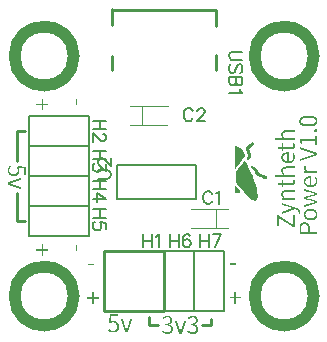
<source format=gto>
G04 Layer: TopSilkLayer*
G04 EasyEDA v6.4.19.5, 2021-06-07T17:49:31+02:00*
G04 02fad353412f469a856546c9d14cec11,563db0ff5b334ec4995e7372edb549dc,10*
G04 Gerber Generator version 0.2*
G04 Scale: 100 percent, Rotated: No, Reflected: No *
G04 Dimensions in millimeters *
G04 leading zeros omitted , absolute positions ,4 integer and 5 decimal *
%FSLAX45Y45*%
%MOMM*%

%ADD10C,0.2540*%
%ADD24C,0.1524*%
%ADD25C,0.0800*%
%ADD26C,0.2032*%
%ADD27C,1.0000*%

%LPD*%
G36*
X2654249Y7273137D02*
G01*
X2651658Y7271867D01*
X2646476Y7268362D01*
X2631389Y7256983D01*
X2619502Y7247229D01*
X2614676Y7242962D01*
X2610561Y7239000D01*
X2607106Y7235240D01*
X2604363Y7231634D01*
X2602230Y7228027D01*
X2600756Y7224471D01*
X2599791Y7220762D01*
X2599436Y7216851D01*
X2599588Y7212736D01*
X2600248Y7208215D01*
X2601417Y7203287D01*
X2604973Y7191857D01*
X2610662Y7176058D01*
X2613050Y7168794D01*
X2614523Y7163053D01*
X2615133Y7158634D01*
X2614828Y7155129D01*
X2613660Y7152233D01*
X2611628Y7149744D01*
X2604160Y7142988D01*
X2602280Y7139076D01*
X2603042Y7134656D01*
X2606344Y7128764D01*
X2611120Y7123633D01*
X2616403Y7122566D01*
X2622651Y7125614D01*
X2630373Y7132929D01*
X2635148Y7138568D01*
X2638704Y7143597D01*
X2640939Y7148474D01*
X2642006Y7153605D01*
X2641904Y7159447D01*
X2640634Y7166305D01*
X2638247Y7174738D01*
X2624683Y7214209D01*
X2626055Y7216800D01*
X2630474Y7221728D01*
X2637282Y7228230D01*
X2654350Y7243114D01*
X2661361Y7249820D01*
X2666085Y7255103D01*
X2667812Y7258100D01*
X2666288Y7262317D01*
X2662580Y7267295D01*
X2658110Y7271410D01*
G37*
G36*
X2505710Y7240422D02*
G01*
X2505811Y7113778D01*
X2506218Y7080758D01*
X2507183Y7049566D01*
X2507589Y7045706D01*
X2507792Y7045198D01*
X2510434Y7047890D01*
X2525014Y7066229D01*
X2546451Y7094423D01*
X2568346Y7123938D01*
X2584145Y7145985D01*
X2587701Y7151522D01*
X2589022Y7155078D01*
X2589631Y7159294D01*
X2589530Y7164120D01*
X2588768Y7169353D01*
X2587447Y7174941D01*
X2585516Y7180783D01*
X2583027Y7186726D01*
X2580132Y7192670D01*
X2576728Y7198512D01*
X2572918Y7204151D01*
X2568803Y7209485D01*
X2564333Y7214311D01*
X2559812Y7218375D01*
X2554528Y7222337D01*
X2548585Y7226046D01*
X2542235Y7229500D01*
X2535682Y7232548D01*
X2528976Y7235139D01*
X2522372Y7237222D01*
X2516022Y7238593D01*
G37*
G36*
X2589022Y7113066D02*
G01*
X2587650Y7112304D01*
X2584958Y7109663D01*
X2576220Y7099604D01*
X2564079Y7084517D01*
X2549906Y7065873D01*
X2513990Y7017613D01*
X2513990Y6942581D01*
X2526182Y6920890D01*
X2531770Y6912000D01*
X2538323Y6902500D01*
X2545689Y6892544D01*
X2553716Y6882231D01*
X2562250Y6871716D01*
X2580589Y6850634D01*
X2599639Y6830314D01*
X2618384Y6811975D01*
X2627325Y6803847D01*
X2635808Y6796633D01*
X2643733Y6790436D01*
X2650947Y6785406D01*
X2661310Y6779361D01*
X2672486Y6773875D01*
X2675178Y6773062D01*
X2677058Y6773570D01*
X2679649Y6774891D01*
X2682646Y6776872D01*
X2685643Y6779259D01*
X2689301Y6783120D01*
X2691892Y6787997D01*
X2693822Y6794753D01*
X2695956Y6808216D01*
X2696565Y6816496D01*
X2696667Y6825335D01*
X2696260Y6834682D01*
X2695397Y6844588D01*
X2694076Y6854952D01*
X2692298Y6865823D01*
X2690063Y6877151D01*
X2687320Y6888937D01*
X2684170Y6901180D01*
X2680512Y6913829D01*
X2676448Y6926884D01*
X2667000Y6954113D01*
X2661615Y6968286D01*
X2655773Y6982764D01*
X2642870Y7012686D01*
X2627274Y7045959D01*
X2619248Y7062063D01*
X2611577Y7076795D01*
X2604566Y7089698D01*
X2598521Y7100265D01*
X2593594Y7107936D01*
X2590139Y7112304D01*
G37*
G36*
X2652572Y7068058D02*
G01*
X2646476Y7067702D01*
X2644241Y7065924D01*
X2643428Y7062876D01*
X2643835Y7058914D01*
X2645206Y7054545D01*
X2647442Y7050125D01*
X2650388Y7046214D01*
X2653741Y7043115D01*
X2657449Y7041388D01*
X2661056Y7039203D01*
X2665272Y7034225D01*
X2670454Y7025894D01*
X2676855Y7013752D01*
X2690063Y6987794D01*
X2723743Y6973824D01*
X2743708Y6965950D01*
X2751378Y6963257D01*
X2757779Y6961276D01*
X2762961Y6960108D01*
X2767076Y6959600D01*
X2770276Y6959803D01*
X2772714Y6960666D01*
X2774492Y6962140D01*
X2775762Y6964273D01*
X2776677Y6966966D01*
X2777439Y6973265D01*
X2776270Y6978142D01*
X2772968Y6981952D01*
X2767482Y6984746D01*
X2708859Y7007098D01*
X2696565Y7031532D01*
X2691231Y7041489D01*
X2685846Y7050176D01*
X2681020Y7056831D01*
X2677363Y7060488D01*
X2670149Y7063943D01*
X2661208Y7066635D01*
G37*
G36*
X2508199Y6908952D02*
G01*
X2507183Y6907275D01*
X2506421Y6900570D01*
X2505913Y6889496D01*
X2505710Y6874916D01*
X2505710Y6838238D01*
X2521051Y6839813D01*
X2532583Y6841947D01*
X2541828Y6845350D01*
X2547670Y6849465D01*
X2548890Y6853681D01*
X2545791Y6858457D01*
X2529992Y6880402D01*
X2512872Y6903161D01*
G37*
G36*
X3125470Y7496809D02*
G01*
X3116122Y7496606D01*
X3107385Y7495997D01*
X3099257Y7495031D01*
X3091789Y7493660D01*
X3084880Y7491882D01*
X3078632Y7489799D01*
X3072942Y7487361D01*
X3067913Y7484567D01*
X3063443Y7481468D01*
X3059633Y7478064D01*
X3056382Y7474356D01*
X3053689Y7470343D01*
X3051657Y7466075D01*
X3050184Y7461503D01*
X3049320Y7456678D01*
X3049016Y7451598D01*
X3062478Y7451598D01*
X3062884Y7455865D01*
X3064103Y7459827D01*
X3066237Y7463536D01*
X3069132Y7466939D01*
X3072993Y7470038D01*
X3077667Y7472781D01*
X3083306Y7475169D01*
X3089859Y7477150D01*
X3097326Y7478725D01*
X3105708Y7479842D01*
X3115106Y7480553D01*
X3125470Y7480808D01*
X3136036Y7480553D01*
X3145586Y7479842D01*
X3154172Y7478725D01*
X3161792Y7477150D01*
X3168446Y7475169D01*
X3174187Y7472781D01*
X3178962Y7470038D01*
X3182874Y7466939D01*
X3185922Y7463536D01*
X3188055Y7459827D01*
X3189325Y7455865D01*
X3189732Y7451598D01*
X3189325Y7447280D01*
X3188055Y7443216D01*
X3185922Y7439456D01*
X3182874Y7436002D01*
X3178962Y7432852D01*
X3174187Y7430058D01*
X3168446Y7427671D01*
X3161792Y7425639D01*
X3154172Y7424013D01*
X3145586Y7422845D01*
X3136036Y7422134D01*
X3125470Y7421880D01*
X3115106Y7422134D01*
X3105708Y7422845D01*
X3097326Y7424013D01*
X3089859Y7425639D01*
X3083306Y7427671D01*
X3077667Y7430058D01*
X3072993Y7432852D01*
X3069132Y7436002D01*
X3066237Y7439456D01*
X3064103Y7443216D01*
X3062884Y7447280D01*
X3062478Y7451598D01*
X3049016Y7451598D01*
X3049320Y7446416D01*
X3050184Y7441539D01*
X3051657Y7436916D01*
X3053689Y7432548D01*
X3056382Y7428484D01*
X3059633Y7424724D01*
X3063443Y7421270D01*
X3067913Y7418171D01*
X3072942Y7415377D01*
X3078632Y7412888D01*
X3084880Y7410805D01*
X3091789Y7409078D01*
X3099257Y7407656D01*
X3107385Y7406690D01*
X3116122Y7406081D01*
X3125470Y7405878D01*
X3134918Y7406081D01*
X3143758Y7406690D01*
X3151936Y7407656D01*
X3159556Y7409078D01*
X3166516Y7410805D01*
X3172866Y7412888D01*
X3178606Y7415377D01*
X3183737Y7418171D01*
X3188258Y7421270D01*
X3192170Y7424724D01*
X3195472Y7428484D01*
X3198164Y7432548D01*
X3200247Y7436916D01*
X3201771Y7441539D01*
X3202635Y7446416D01*
X3202940Y7451598D01*
X3202635Y7456678D01*
X3201771Y7461503D01*
X3200247Y7466075D01*
X3198164Y7470343D01*
X3195472Y7474356D01*
X3192170Y7478064D01*
X3188258Y7481468D01*
X3183737Y7484567D01*
X3178606Y7487361D01*
X3172866Y7489799D01*
X3166516Y7491882D01*
X3159556Y7493660D01*
X3151936Y7495031D01*
X3143758Y7495997D01*
X3134918Y7496606D01*
G37*
G36*
X3189986Y7380731D02*
G01*
X3184448Y7379716D01*
X3180181Y7376972D01*
X3177489Y7372908D01*
X3176524Y7368031D01*
X3177489Y7363307D01*
X3180181Y7359345D01*
X3184448Y7356602D01*
X3189986Y7355586D01*
X3195320Y7356602D01*
X3199434Y7359345D01*
X3202025Y7363307D01*
X3202940Y7368031D01*
X3202025Y7372908D01*
X3199434Y7376972D01*
X3195320Y7379716D01*
G37*
G36*
X3186684Y7327392D02*
G01*
X3186684Y7297166D01*
X3051556Y7297166D01*
X3051556Y7284466D01*
X3054908Y7278370D01*
X3057702Y7271359D01*
X3059938Y7263485D01*
X3061716Y7254494D01*
X3072638Y7254494D01*
X3072638Y7280656D01*
X3186684Y7280656D01*
X3186684Y7247381D01*
X3200400Y7247381D01*
X3200400Y7327392D01*
G37*
G36*
X3051556Y7229094D02*
G01*
X3051556Y7212075D01*
X3176473Y7174534D01*
X3182874Y7172452D01*
X3182874Y7171690D01*
X3158388Y7164273D01*
X3133852Y7157212D01*
X3051556Y7132066D01*
X3051556Y7114540D01*
X3200400Y7162292D01*
X3200400Y7181596D01*
G37*
G36*
X3090164Y7069328D02*
G01*
X3089046Y7066686D01*
X3088335Y7063943D01*
X3087979Y7060996D01*
X3087878Y7057644D01*
X3088284Y7053122D01*
X3089503Y7048753D01*
X3091484Y7044486D01*
X3094177Y7040422D01*
X3097479Y7036612D01*
X3101390Y7033006D01*
X3105810Y7029653D01*
X3110738Y7026656D01*
X3110738Y7026148D01*
X3090672Y7024370D01*
X3090672Y7010908D01*
X3200400Y7010908D01*
X3200400Y7027418D01*
X3128772Y7027418D01*
X3122168Y7030466D01*
X3116681Y7033768D01*
X3112211Y7037273D01*
X3108655Y7040930D01*
X3106013Y7044690D01*
X3104235Y7048398D01*
X3103219Y7052106D01*
X3102864Y7055612D01*
X3103270Y7061098D01*
X3104642Y7066025D01*
G37*
G36*
X3139186Y6983222D02*
G01*
X3131515Y6982866D01*
X3124352Y6981901D01*
X3117799Y6980275D01*
X3111754Y6978040D01*
X3106369Y6975195D01*
X3101644Y6971792D01*
X3097530Y6967778D01*
X3094126Y6963257D01*
X3091434Y6958126D01*
X3089452Y6952538D01*
X3088284Y6946392D01*
X3087893Y6940042D01*
X3101340Y6940042D01*
X3101898Y6946442D01*
X3103626Y6952081D01*
X3106420Y6956958D01*
X3110331Y6961022D01*
X3115360Y6964222D01*
X3121507Y6966559D01*
X3128670Y6967981D01*
X3136900Y6968490D01*
X3136900Y6907275D01*
X3128975Y6908596D01*
X3121914Y6910984D01*
X3115818Y6914235D01*
X3110738Y6918350D01*
X3106674Y6923074D01*
X3103778Y6928358D01*
X3101949Y6934047D01*
X3101340Y6940042D01*
X3087893Y6940042D01*
X3088132Y6935114D01*
X3088894Y6930491D01*
X3090164Y6925970D01*
X3091891Y6921550D01*
X3094075Y6917334D01*
X3096768Y6913321D01*
X3099866Y6909511D01*
X3103372Y6905955D01*
X3107334Y6902754D01*
X3111652Y6899808D01*
X3116427Y6897268D01*
X3121507Y6895084D01*
X3126994Y6893356D01*
X3132836Y6892086D01*
X3139033Y6891274D01*
X3145536Y6891020D01*
X3152140Y6891274D01*
X3158337Y6892086D01*
X3164230Y6893356D01*
X3169716Y6895084D01*
X3174847Y6897268D01*
X3179572Y6899859D01*
X3183839Y6902805D01*
X3187750Y6906158D01*
X3191256Y6909816D01*
X3194304Y6913829D01*
X3196894Y6918096D01*
X3199028Y6922617D01*
X3200755Y6927392D01*
X3201974Y6932371D01*
X3202686Y6937502D01*
X3202940Y6942836D01*
X3202686Y6948373D01*
X3202076Y6953554D01*
X3201009Y6958380D01*
X3199638Y6962952D01*
X3197961Y6967270D01*
X3196082Y6971334D01*
X3191764Y6978903D01*
X3180842Y6972808D01*
X3184601Y6966559D01*
X3187395Y6959904D01*
X3189122Y6952691D01*
X3189732Y6944868D01*
X3189376Y6939534D01*
X3188411Y6934555D01*
X3186836Y6929932D01*
X3184601Y6925614D01*
X3181858Y6921753D01*
X3178556Y6918248D01*
X3174746Y6915200D01*
X3170478Y6912609D01*
X3165754Y6910527D01*
X3160572Y6908901D01*
X3155035Y6907834D01*
X3149092Y6907275D01*
X3149092Y6982459D01*
X3144621Y6983018D01*
G37*
G36*
X3090672Y6875780D02*
G01*
X3090672Y6859778D01*
X3163620Y6841134D01*
X3186176Y6835902D01*
X3186176Y6835140D01*
X3155950Y6827266D01*
X3090672Y6809486D01*
X3090672Y6792722D01*
X3163620Y6773062D01*
X3186176Y6767322D01*
X3186176Y6766559D01*
X3155950Y6759956D01*
X3090672Y6742684D01*
X3090672Y6725666D01*
X3200400Y6756653D01*
X3200400Y6776212D01*
X3139440Y6792214D01*
X3131616Y6794500D01*
X3107436Y6800088D01*
X3107436Y6801103D01*
X3131413Y6806590D01*
X3200400Y6825488D01*
X3200400Y6845553D01*
G37*
G36*
X3145536Y6710425D02*
G01*
X3138881Y6710172D01*
X3132582Y6709359D01*
X3126638Y6708089D01*
X3121101Y6706311D01*
X3115970Y6704126D01*
X3111195Y6701536D01*
X3106877Y6698538D01*
X3102965Y6695236D01*
X3099511Y6691630D01*
X3096463Y6687718D01*
X3093872Y6683552D01*
X3091738Y6679133D01*
X3090062Y6674561D01*
X3088843Y6669786D01*
X3088132Y6664909D01*
X3087878Y6659880D01*
X3101848Y6659880D01*
X3102203Y6664706D01*
X3103270Y6669227D01*
X3105048Y6673494D01*
X3107436Y6677355D01*
X3110433Y6680911D01*
X3113989Y6684060D01*
X3118104Y6686803D01*
X3122676Y6689140D01*
X3127756Y6690969D01*
X3133293Y6692290D01*
X3139236Y6693103D01*
X3145536Y6693408D01*
X3151886Y6693103D01*
X3157880Y6692290D01*
X3163417Y6690969D01*
X3168497Y6689140D01*
X3173120Y6686803D01*
X3177184Y6684060D01*
X3180740Y6680911D01*
X3183686Y6677355D01*
X3186074Y6673494D01*
X3187801Y6669227D01*
X3188868Y6664706D01*
X3189224Y6659880D01*
X3188868Y6655053D01*
X3187801Y6650532D01*
X3186074Y6646316D01*
X3183686Y6642455D01*
X3180740Y6638950D01*
X3177184Y6635800D01*
X3173120Y6633108D01*
X3168497Y6630822D01*
X3163417Y6628993D01*
X3157880Y6627672D01*
X3151886Y6626859D01*
X3145536Y6626606D01*
X3139236Y6626859D01*
X3133293Y6627672D01*
X3127756Y6629044D01*
X3122676Y6630822D01*
X3118104Y6633108D01*
X3113989Y6635800D01*
X3110433Y6638950D01*
X3107436Y6642455D01*
X3105048Y6646316D01*
X3103270Y6650532D01*
X3102203Y6655053D01*
X3101848Y6659880D01*
X3087878Y6659880D01*
X3088132Y6654901D01*
X3088843Y6649974D01*
X3090062Y6645249D01*
X3091738Y6640677D01*
X3093872Y6636308D01*
X3096463Y6632143D01*
X3099511Y6628231D01*
X3102965Y6624624D01*
X3106877Y6621322D01*
X3111195Y6618376D01*
X3115970Y6615836D01*
X3121101Y6613652D01*
X3126638Y6611924D01*
X3132582Y6610654D01*
X3138881Y6609842D01*
X3145536Y6609588D01*
X3152190Y6609842D01*
X3158439Y6610654D01*
X3164332Y6611924D01*
X3169818Y6613652D01*
X3174949Y6615836D01*
X3179673Y6618376D01*
X3183991Y6621322D01*
X3187852Y6624624D01*
X3191306Y6628231D01*
X3194354Y6632143D01*
X3196945Y6636308D01*
X3199079Y6640677D01*
X3200755Y6645249D01*
X3201974Y6649974D01*
X3202686Y6654901D01*
X3202940Y6659880D01*
X3202686Y6664909D01*
X3201974Y6669786D01*
X3200755Y6674561D01*
X3199079Y6679133D01*
X3196945Y6683552D01*
X3194354Y6687718D01*
X3191306Y6691630D01*
X3187852Y6695236D01*
X3183991Y6698538D01*
X3179673Y6701536D01*
X3174949Y6704126D01*
X3169818Y6706311D01*
X3164332Y6708089D01*
X3158439Y6709359D01*
X3152190Y6710172D01*
G37*
G36*
X3094736Y6594348D02*
G01*
X3088995Y6594094D01*
X3083712Y6593331D01*
X3078886Y6592112D01*
X3074466Y6590385D01*
X3070555Y6588252D01*
X3066999Y6585661D01*
X3063900Y6582664D01*
X3061157Y6579260D01*
X3058769Y6575399D01*
X3056788Y6571234D01*
X3055112Y6566662D01*
X3053791Y6561785D01*
X3052775Y6556552D01*
X3052114Y6550964D01*
X3051708Y6545122D01*
X3051556Y6514592D01*
X3065272Y6514592D01*
X3065424Y6542989D01*
X3065881Y6548983D01*
X3066745Y6554419D01*
X3067964Y6559296D01*
X3069539Y6563563D01*
X3071622Y6567322D01*
X3074162Y6570421D01*
X3077159Y6573012D01*
X3080715Y6574993D01*
X3084779Y6576415D01*
X3089452Y6577279D01*
X3094736Y6577584D01*
X3100019Y6577330D01*
X3104743Y6576517D01*
X3109010Y6575145D01*
X3112770Y6573215D01*
X3116072Y6570725D01*
X3118916Y6567728D01*
X3121253Y6564122D01*
X3123184Y6559956D01*
X3124657Y6555181D01*
X3125673Y6549847D01*
X3126282Y6543954D01*
X3126486Y6537452D01*
X3126486Y6514592D01*
X3051556Y6514592D01*
X3051556Y6497828D01*
X3200400Y6497828D01*
X3200400Y6514592D01*
X3140202Y6514592D01*
X3140049Y6545783D01*
X3139541Y6551574D01*
X3138678Y6557060D01*
X3137458Y6562191D01*
X3135884Y6567017D01*
X3134004Y6571538D01*
X3131718Y6575653D01*
X3129076Y6579412D01*
X3126079Y6582816D01*
X3122726Y6585762D01*
X3119018Y6588353D01*
X3114903Y6590436D01*
X3110433Y6592112D01*
X3105607Y6593331D01*
X3100374Y6594094D01*
G37*
G36*
X2147570Y5802884D02*
G01*
X2141372Y5802528D01*
X2135530Y5801563D01*
X2130044Y5799937D01*
X2124811Y5797854D01*
X2119934Y5795264D01*
X2115261Y5792266D01*
X2110892Y5788964D01*
X2106676Y5785358D01*
X2115820Y5774690D01*
X2122424Y5780481D01*
X2129942Y5785104D01*
X2138172Y5788202D01*
X2147062Y5789422D01*
X2152751Y5788914D01*
X2157882Y5787542D01*
X2162302Y5785408D01*
X2166010Y5782513D01*
X2169007Y5779008D01*
X2171192Y5774791D01*
X2172512Y5770067D01*
X2172970Y5764784D01*
X2172766Y5760720D01*
X2172055Y5756859D01*
X2170836Y5753201D01*
X2169058Y5749798D01*
X2166721Y5746699D01*
X2163724Y5743854D01*
X2160117Y5741365D01*
X2155799Y5739282D01*
X2150770Y5737606D01*
X2145030Y5736336D01*
X2138426Y5735574D01*
X2131060Y5735320D01*
X2131060Y5722366D01*
X2139238Y5722112D01*
X2146554Y5721350D01*
X2153005Y5720130D01*
X2158644Y5718454D01*
X2163521Y5716371D01*
X2167636Y5713831D01*
X2171039Y5710986D01*
X2173732Y5707735D01*
X2175764Y5704128D01*
X2177186Y5700268D01*
X2178050Y5696102D01*
X2178304Y5691632D01*
X2177694Y5685282D01*
X2176018Y5679592D01*
X2173274Y5674664D01*
X2169566Y5670499D01*
X2165045Y5667146D01*
X2159762Y5664708D01*
X2153818Y5663184D01*
X2147316Y5662676D01*
X2140966Y5663031D01*
X2135174Y5664149D01*
X2129891Y5665774D01*
X2125065Y5667959D01*
X2120747Y5670600D01*
X2116734Y5673496D01*
X2113076Y5676646D01*
X2109724Y5679948D01*
X2101088Y5669280D01*
X2104948Y5665419D01*
X2109266Y5661710D01*
X2114092Y5658256D01*
X2119579Y5655208D01*
X2125675Y5652668D01*
X2132431Y5650687D01*
X2140000Y5649417D01*
X2148332Y5648960D01*
X2154682Y5649264D01*
X2160778Y5650230D01*
X2166569Y5651855D01*
X2171954Y5654040D01*
X2176932Y5656783D01*
X2181402Y5660136D01*
X2185365Y5664047D01*
X2188718Y5668467D01*
X2191410Y5673394D01*
X2193391Y5678830D01*
X2194661Y5684723D01*
X2195068Y5691124D01*
X2194407Y5698490D01*
X2192578Y5705195D01*
X2189632Y5711139D01*
X2185771Y5716371D01*
X2181047Y5720791D01*
X2175662Y5724448D01*
X2169718Y5727242D01*
X2163318Y5729224D01*
X2163318Y5729986D01*
X2169007Y5732373D01*
X2174138Y5735370D01*
X2178659Y5738977D01*
X2182571Y5743143D01*
X2185720Y5747969D01*
X2188057Y5753404D01*
X2189480Y5759399D01*
X2189988Y5766054D01*
X2189632Y5771692D01*
X2188514Y5776874D01*
X2186787Y5781649D01*
X2184400Y5785967D01*
X2181453Y5789828D01*
X2177948Y5793232D01*
X2173884Y5796127D01*
X2169414Y5798515D01*
X2164486Y5800394D01*
X2159203Y5801766D01*
X2153513Y5802630D01*
G37*
G36*
X1932178Y5802884D02*
G01*
X1925980Y5802528D01*
X1920138Y5801563D01*
X1914652Y5799937D01*
X1909470Y5797854D01*
X1904542Y5795264D01*
X1899869Y5792266D01*
X1895500Y5788964D01*
X1891284Y5785358D01*
X1900428Y5774690D01*
X1907032Y5780481D01*
X1914550Y5785104D01*
X1922780Y5788202D01*
X1931670Y5789422D01*
X1937359Y5788914D01*
X1942490Y5787542D01*
X1946910Y5785408D01*
X1950618Y5782513D01*
X1953615Y5779008D01*
X1955800Y5774791D01*
X1957120Y5770067D01*
X1957578Y5764784D01*
X1957374Y5760720D01*
X1956663Y5756859D01*
X1955444Y5753201D01*
X1953666Y5749798D01*
X1951329Y5746699D01*
X1948332Y5743854D01*
X1944725Y5741365D01*
X1940407Y5739282D01*
X1935378Y5737606D01*
X1929638Y5736336D01*
X1923034Y5735574D01*
X1915668Y5735320D01*
X1915668Y5722366D01*
X1923846Y5722112D01*
X1931162Y5721350D01*
X1937613Y5720130D01*
X1943252Y5718454D01*
X1948129Y5716371D01*
X1952243Y5713831D01*
X1955647Y5710986D01*
X1958339Y5707735D01*
X1960372Y5704128D01*
X1961794Y5700268D01*
X1962657Y5696102D01*
X1962912Y5691632D01*
X1962302Y5685282D01*
X1960625Y5679592D01*
X1957882Y5674664D01*
X1954174Y5670499D01*
X1949653Y5667146D01*
X1944370Y5664708D01*
X1938426Y5663184D01*
X1931924Y5662676D01*
X1925574Y5663031D01*
X1919782Y5664149D01*
X1914499Y5665774D01*
X1909724Y5667959D01*
X1905355Y5670600D01*
X1901342Y5673496D01*
X1897684Y5676646D01*
X1894332Y5679948D01*
X1885696Y5669280D01*
X1889556Y5665419D01*
X1893874Y5661710D01*
X1898700Y5658256D01*
X1904187Y5655208D01*
X1910283Y5652668D01*
X1917039Y5650687D01*
X1924608Y5649417D01*
X1932939Y5648960D01*
X1939289Y5649264D01*
X1945386Y5650230D01*
X1951177Y5651855D01*
X1956562Y5654040D01*
X1961540Y5656783D01*
X1966010Y5660136D01*
X1969973Y5664047D01*
X1973325Y5668467D01*
X1976018Y5673394D01*
X1977999Y5678830D01*
X1979269Y5684723D01*
X1979675Y5691124D01*
X1979015Y5698490D01*
X1977186Y5705195D01*
X1974240Y5711139D01*
X1970379Y5716371D01*
X1965655Y5720791D01*
X1960270Y5724448D01*
X1954326Y5727242D01*
X1947925Y5729224D01*
X1947925Y5729986D01*
X1953615Y5732373D01*
X1958746Y5735370D01*
X1963267Y5738977D01*
X1967179Y5743143D01*
X1970328Y5747969D01*
X1972665Y5753404D01*
X1974088Y5759399D01*
X1974596Y5766054D01*
X1974240Y5771692D01*
X1973122Y5776874D01*
X1971395Y5781649D01*
X1969007Y5785967D01*
X1966061Y5789828D01*
X1962505Y5793232D01*
X1958492Y5796127D01*
X1954022Y5798515D01*
X1949094Y5800394D01*
X1943811Y5801766D01*
X1938121Y5802630D01*
G37*
G36*
X1993900Y5761228D02*
G01*
X2033778Y5651500D01*
X2053082Y5651500D01*
X2092452Y5761228D01*
X2076196Y5761228D01*
X2054352Y5697474D01*
X2049221Y5681065D01*
X2043938Y5665216D01*
X2043175Y5665216D01*
X2037892Y5681065D01*
X2032762Y5697474D01*
X2011172Y5761228D01*
G37*
G36*
X1444752Y5813044D02*
G01*
X1440180Y5743956D01*
X1449324Y5738114D01*
X1455369Y5741974D01*
X1461211Y5744768D01*
X1467408Y5746445D01*
X1474470Y5747004D01*
X1481378Y5746394D01*
X1487576Y5744616D01*
X1493012Y5741670D01*
X1497584Y5737656D01*
X1501241Y5732627D01*
X1503984Y5726633D01*
X1505661Y5719724D01*
X1506220Y5711952D01*
X1505559Y5703976D01*
X1503629Y5696813D01*
X1500632Y5690565D01*
X1496618Y5685282D01*
X1491792Y5681065D01*
X1486306Y5677966D01*
X1480210Y5676036D01*
X1473708Y5675376D01*
X1467358Y5675731D01*
X1461566Y5676798D01*
X1456334Y5678424D01*
X1451610Y5680506D01*
X1447292Y5683046D01*
X1443329Y5685891D01*
X1439722Y5688939D01*
X1436370Y5692140D01*
X1427988Y5681218D01*
X1432001Y5677509D01*
X1436370Y5674004D01*
X1441246Y5670651D01*
X1446631Y5667705D01*
X1452626Y5665216D01*
X1459331Y5663336D01*
X1466748Y5662117D01*
X1474978Y5661660D01*
X1481074Y5662015D01*
X1487068Y5663184D01*
X1492859Y5665012D01*
X1498396Y5667603D01*
X1503527Y5670905D01*
X1508201Y5674868D01*
X1512417Y5679541D01*
X1516024Y5684824D01*
X1518970Y5690819D01*
X1521155Y5697423D01*
X1522526Y5704636D01*
X1522984Y5712460D01*
X1522577Y5720283D01*
X1521409Y5727344D01*
X1519478Y5733694D01*
X1516938Y5739333D01*
X1513738Y5744260D01*
X1509979Y5748477D01*
X1505712Y5752033D01*
X1500987Y5754928D01*
X1495856Y5757164D01*
X1490370Y5758738D01*
X1484579Y5759653D01*
X1478534Y5759958D01*
X1471930Y5759500D01*
X1466037Y5758230D01*
X1460601Y5756198D01*
X1455420Y5753608D01*
X1459484Y5798820D01*
X1515872Y5798820D01*
X1515872Y5813044D01*
G37*
G36*
X1536700Y5773928D02*
G01*
X1576578Y5664200D01*
X1595882Y5664200D01*
X1635251Y5773928D01*
X1618996Y5773928D01*
X1597152Y5710174D01*
X1592021Y5693765D01*
X1586738Y5677916D01*
X1585976Y5677916D01*
X1580692Y5693765D01*
X1575562Y5710174D01*
X1553972Y5773928D01*
G37*
G36*
X601218Y7081012D02*
G01*
X597509Y7076998D01*
X594004Y7072630D01*
X590651Y7067753D01*
X587705Y7062368D01*
X585216Y7056374D01*
X583336Y7049668D01*
X582117Y7042251D01*
X581660Y7034022D01*
X582015Y7027925D01*
X583184Y7021931D01*
X585012Y7016140D01*
X587603Y7010603D01*
X590905Y7005472D01*
X594868Y7000798D01*
X599541Y6996582D01*
X604824Y6992975D01*
X610819Y6990029D01*
X617423Y6987844D01*
X624636Y6986473D01*
X632460Y6986016D01*
X640283Y6986422D01*
X647344Y6987590D01*
X653694Y6989521D01*
X659333Y6992061D01*
X664260Y6995261D01*
X668477Y6999020D01*
X672033Y7003288D01*
X674928Y7008012D01*
X677164Y7013143D01*
X678738Y7018629D01*
X679653Y7024420D01*
X679958Y7030466D01*
X679500Y7037070D01*
X678230Y7042962D01*
X676198Y7048398D01*
X673608Y7053580D01*
X718820Y7049516D01*
X718820Y6993128D01*
X733044Y6993128D01*
X733044Y7064248D01*
X663956Y7068820D01*
X658114Y7059675D01*
X661974Y7053630D01*
X664768Y7047788D01*
X666445Y7041591D01*
X667004Y7034530D01*
X666394Y7027621D01*
X664616Y7021423D01*
X661670Y7015988D01*
X657656Y7011416D01*
X652627Y7007758D01*
X646633Y7005015D01*
X639724Y7003338D01*
X631952Y7002780D01*
X623976Y7003440D01*
X616813Y7005370D01*
X610565Y7008368D01*
X605282Y7012381D01*
X601065Y7017207D01*
X597966Y7022693D01*
X596036Y7028789D01*
X595376Y7035292D01*
X595731Y7041642D01*
X596798Y7047433D01*
X598424Y7052665D01*
X600506Y7057390D01*
X603046Y7061708D01*
X605891Y7065670D01*
X608939Y7069277D01*
X612140Y7072630D01*
G37*
G36*
X693928Y6972300D02*
G01*
X584200Y6932422D01*
X584200Y6913118D01*
X693928Y6873748D01*
X693928Y6890003D01*
X630174Y6911848D01*
X613765Y6916978D01*
X597916Y6922262D01*
X597916Y6923024D01*
X613765Y6928307D01*
X630174Y6933438D01*
X693928Y6955028D01*
G37*
G36*
X868680Y6405880D02*
G01*
X868680Y6364478D01*
X823976Y6364478D01*
X823976Y6351016D01*
X868680Y6351016D01*
X868680Y6309614D01*
X881126Y6309614D01*
X881126Y6351016D01*
X925576Y6351016D01*
X925576Y6364478D01*
X881126Y6364478D01*
X881126Y6405880D01*
G37*
G36*
X1155192Y6404102D02*
G01*
X1155192Y6352794D01*
X1168146Y6352794D01*
X1168146Y6404102D01*
G37*
G36*
X2460498Y6248146D02*
G01*
X2460498Y6235192D01*
X2511806Y6235192D01*
X2511806Y6248146D01*
G37*
G36*
X2500122Y6005576D02*
G01*
X2500122Y5961126D01*
X2458720Y5961126D01*
X2458720Y5948680D01*
X2500122Y5948680D01*
X2500122Y5903976D01*
X2513584Y5903976D01*
X2513584Y5948680D01*
X2554986Y5948680D01*
X2554986Y5961126D01*
X2513584Y5961126D01*
X2513584Y6005576D01*
G37*
G36*
X1258112Y6244031D02*
G01*
X1258112Y6231077D01*
X1309420Y6231077D01*
X1309420Y6244031D01*
G37*
G36*
X1297736Y6001461D02*
G01*
X1297736Y5957011D01*
X1256334Y5957011D01*
X1256334Y5944565D01*
X1297736Y5944565D01*
X1297736Y5899861D01*
X1311198Y5899861D01*
X1311198Y5944565D01*
X1352600Y5944565D01*
X1352600Y5957011D01*
X1311198Y5957011D01*
X1311198Y6001461D01*
G37*
G36*
X868680Y7637780D02*
G01*
X868680Y7596378D01*
X823976Y7596378D01*
X823976Y7582916D01*
X868680Y7582916D01*
X868680Y7541514D01*
X881126Y7541514D01*
X881126Y7582916D01*
X925576Y7582916D01*
X925576Y7596378D01*
X881126Y7596378D01*
X881126Y7637780D01*
G37*
G36*
X1155192Y7636002D02*
G01*
X1155192Y7584694D01*
X1168146Y7584694D01*
X1168146Y7636002D01*
G37*
G36*
X2940304Y7372858D02*
G01*
X2933547Y7372654D01*
X2927350Y7371943D01*
X2921711Y7370825D01*
X2916631Y7369251D01*
X2912160Y7367168D01*
X2908249Y7364679D01*
X2904947Y7361681D01*
X2902254Y7358176D01*
X2900121Y7354214D01*
X2898597Y7349744D01*
X2897682Y7344816D01*
X2897378Y7339330D01*
X2897733Y7333894D01*
X2898851Y7328763D01*
X2900578Y7323886D01*
X2902813Y7319314D01*
X2905607Y7314895D01*
X2908757Y7310628D01*
X2912211Y7306513D01*
X2915920Y7302500D01*
X2893060Y7303008D01*
X2848102Y7303008D01*
X2848102Y7286752D01*
X3009900Y7286752D01*
X3009900Y7303008D01*
X2929636Y7303008D01*
X2921914Y7311085D01*
X2918866Y7314895D01*
X2916377Y7318654D01*
X2914396Y7322413D01*
X2912973Y7326274D01*
X2912160Y7330287D01*
X2911856Y7334503D01*
X2912313Y7339787D01*
X2913634Y7344308D01*
X2915869Y7348016D01*
X2919120Y7351014D01*
X2923336Y7353300D01*
X2928569Y7354874D01*
X2934919Y7355789D01*
X2942336Y7356094D01*
X3009900Y7356094D01*
X3009900Y7372858D01*
G37*
G36*
X3008376Y7264400D02*
G01*
X2995930Y7261352D01*
X2998012Y7254951D01*
X2998724Y7251598D01*
X2998978Y7248398D01*
X2997504Y7240117D01*
X2993237Y7234783D01*
X2986430Y7231989D01*
X2977388Y7231125D01*
X2913888Y7231125D01*
X2913888Y7261352D01*
X2900172Y7261352D01*
X2900172Y7231125D01*
X2869184Y7231125D01*
X2869184Y7217409D01*
X2900172Y7215378D01*
X2901188Y7198106D01*
X2913888Y7198106D01*
X2913888Y7214616D01*
X2976880Y7214616D01*
X2984550Y7214971D01*
X2991459Y7216140D01*
X2997504Y7218172D01*
X3002686Y7221169D01*
X3006801Y7225284D01*
X3009900Y7230567D01*
X3011779Y7237171D01*
X3012440Y7245096D01*
X3012084Y7249820D01*
X3011170Y7254748D01*
G37*
G36*
X2948686Y7186168D02*
G01*
X2941015Y7185812D01*
X2933852Y7184847D01*
X2927299Y7183221D01*
X2921254Y7180986D01*
X2915869Y7178141D01*
X2911144Y7174738D01*
X2907030Y7170724D01*
X2903626Y7166203D01*
X2900934Y7161072D01*
X2898952Y7155484D01*
X2897784Y7149338D01*
X2897393Y7142988D01*
X2910840Y7142988D01*
X2911398Y7149338D01*
X2913126Y7154925D01*
X2915920Y7159802D01*
X2919831Y7163866D01*
X2924860Y7167118D01*
X2931007Y7169505D01*
X2938170Y7170928D01*
X2946400Y7171436D01*
X2946400Y7109968D01*
X2938475Y7111390D01*
X2931414Y7113828D01*
X2925318Y7117130D01*
X2920238Y7121245D01*
X2916174Y7126020D01*
X2913278Y7131303D01*
X2911449Y7136993D01*
X2910840Y7142988D01*
X2897393Y7142988D01*
X2897632Y7138060D01*
X2898394Y7133386D01*
X2899664Y7128865D01*
X2901391Y7124446D01*
X2903575Y7120229D01*
X2906268Y7116165D01*
X2909366Y7112355D01*
X2912872Y7108799D01*
X2916834Y7105548D01*
X2921152Y7102602D01*
X2925927Y7100011D01*
X2931007Y7097826D01*
X2936494Y7096099D01*
X2942336Y7094778D01*
X2948533Y7093966D01*
X2955036Y7093712D01*
X2961640Y7093966D01*
X2967837Y7094778D01*
X2973730Y7096048D01*
X2979216Y7097826D01*
X2984347Y7100011D01*
X2989072Y7102602D01*
X2993339Y7105599D01*
X2997250Y7109002D01*
X3000756Y7112660D01*
X3003804Y7116673D01*
X3006394Y7120991D01*
X3008528Y7125512D01*
X3010255Y7130338D01*
X3011474Y7135317D01*
X3012186Y7140448D01*
X3012440Y7145781D01*
X3012186Y7151319D01*
X3011576Y7156500D01*
X3010509Y7161326D01*
X3009138Y7165898D01*
X3007461Y7170216D01*
X3005582Y7174280D01*
X3001264Y7181850D01*
X2990342Y7175753D01*
X2994101Y7169505D01*
X2996895Y7162850D01*
X2998622Y7155637D01*
X2999232Y7147814D01*
X2998876Y7142480D01*
X2997911Y7137501D01*
X2996336Y7132878D01*
X2994101Y7128560D01*
X2991358Y7124700D01*
X2988056Y7121194D01*
X2984246Y7118146D01*
X2979978Y7115556D01*
X2975254Y7113473D01*
X2970072Y7111847D01*
X2964535Y7110780D01*
X2958592Y7110222D01*
X2958592Y7185152D01*
X2954121Y7185964D01*
G37*
G36*
X2940304Y7066280D02*
G01*
X2933547Y7066076D01*
X2927350Y7065365D01*
X2921711Y7064248D01*
X2916631Y7062673D01*
X2912160Y7060590D01*
X2908249Y7058101D01*
X2904947Y7055103D01*
X2902254Y7051598D01*
X2900121Y7047636D01*
X2898597Y7043166D01*
X2897682Y7038238D01*
X2897378Y7032752D01*
X2897733Y7027214D01*
X2898851Y7022033D01*
X2900578Y7017156D01*
X2902813Y7012533D01*
X2905607Y7008114D01*
X2908757Y7003948D01*
X2912211Y6999884D01*
X2915920Y6995922D01*
X2893060Y6996430D01*
X2848102Y6996430D01*
X2848102Y6979920D01*
X3009900Y6979920D01*
X3009900Y6996430D01*
X2929636Y6996430D01*
X2921914Y7004507D01*
X2918866Y7008317D01*
X2916377Y7012076D01*
X2914396Y7015784D01*
X2912973Y7019594D01*
X2912160Y7023506D01*
X2911856Y7027672D01*
X2912313Y7033006D01*
X2913634Y7037527D01*
X2915869Y7041286D01*
X2919120Y7044334D01*
X2923336Y7046620D01*
X2928569Y7048246D01*
X2934919Y7049211D01*
X2942336Y7049516D01*
X3009900Y7049516D01*
X3009900Y7066280D01*
G37*
G36*
X3008376Y6957822D02*
G01*
X2995930Y6954520D01*
X2997047Y6951624D01*
X2998012Y6948373D01*
X2998724Y6945020D01*
X2998978Y6941820D01*
X2997504Y6933539D01*
X2993237Y6928205D01*
X2986430Y6925411D01*
X2977388Y6924548D01*
X2913888Y6924548D01*
X2913888Y6954774D01*
X2900172Y6954774D01*
X2900172Y6924548D01*
X2869184Y6924548D01*
X2869184Y6910831D01*
X2900172Y6908800D01*
X2901188Y6891528D01*
X2913888Y6891528D01*
X2913888Y6908038D01*
X2976880Y6908038D01*
X2984550Y6908393D01*
X2991459Y6909562D01*
X2997504Y6911594D01*
X3002686Y6914591D01*
X3006801Y6918655D01*
X3009900Y6923887D01*
X3011779Y6930390D01*
X3012440Y6938264D01*
X3012084Y6943039D01*
X3011170Y6948068D01*
G37*
G36*
X2940304Y6868159D02*
G01*
X2933547Y6867956D01*
X2927350Y6867296D01*
X2921711Y6866178D01*
X2916631Y6864603D01*
X2912160Y6862572D01*
X2908249Y6860082D01*
X2904947Y6857085D01*
X2902254Y6853580D01*
X2900121Y6849618D01*
X2898597Y6845147D01*
X2897682Y6840169D01*
X2897378Y6834631D01*
X2897733Y6829196D01*
X2898851Y6824014D01*
X2900578Y6819138D01*
X2902864Y6814515D01*
X2905658Y6810095D01*
X2908858Y6805828D01*
X2912364Y6801764D01*
X2916174Y6797802D01*
X2916174Y6797040D01*
X2900172Y6795516D01*
X2900172Y6782053D01*
X3009900Y6782053D01*
X3009900Y6798564D01*
X2929636Y6798564D01*
X2921914Y6806641D01*
X2918866Y6810451D01*
X2916377Y6814159D01*
X2914396Y6817918D01*
X2912973Y6821728D01*
X2912160Y6825640D01*
X2911856Y6829806D01*
X2912313Y6835140D01*
X2913634Y6839661D01*
X2915869Y6843420D01*
X2919120Y6846468D01*
X2923336Y6848754D01*
X2928569Y6850380D01*
X2934919Y6851345D01*
X2942336Y6851650D01*
X3009900Y6851650D01*
X3009900Y6868159D01*
G37*
G36*
X2900172Y6760209D02*
G01*
X2900172Y6743953D01*
X2970428Y6721043D01*
X2993898Y6713981D01*
X2993898Y6712966D01*
X2962910Y6702044D01*
X2900172Y6678675D01*
X2900172Y6661403D01*
X3010408Y6705600D01*
X3019044Y6703314D01*
X3024174Y6701332D01*
X3028950Y6699046D01*
X3033166Y6696405D01*
X3036824Y6693458D01*
X3039821Y6690106D01*
X3042056Y6686346D01*
X3043428Y6682231D01*
X3043936Y6677659D01*
X3043783Y6675323D01*
X3042158Y6669024D01*
X3055620Y6665722D01*
X3056636Y6668363D01*
X3057347Y6671360D01*
X3057753Y6674662D01*
X3057906Y6678168D01*
X3057550Y6683298D01*
X3056534Y6688023D01*
X3054908Y6692392D01*
X3052724Y6696405D01*
X3049981Y6700113D01*
X3046780Y6703466D01*
X3043174Y6706565D01*
X3039110Y6709359D01*
X3034741Y6711899D01*
X3030118Y6714236D01*
X3025190Y6716369D01*
G37*
G36*
X2995676Y6652768D02*
G01*
X2995676Y6571742D01*
X2871216Y6651752D01*
X2861056Y6651752D01*
X2861056Y6558280D01*
X2875280Y6558280D01*
X2875280Y6631178D01*
X2999994Y6550914D01*
X3009900Y6550914D01*
X3009900Y6652768D01*
G37*
D24*
X1345184Y6959600D02*
G01*
X1423162Y6959600D01*
X1438655Y6964679D01*
X1449070Y6975094D01*
X1454150Y6990842D01*
X1454150Y7001255D01*
X1449070Y7016750D01*
X1438655Y7027163D01*
X1423162Y7032244D01*
X1345184Y7032244D01*
X1371092Y7071868D02*
G01*
X1366012Y7071868D01*
X1355597Y7076947D01*
X1350263Y7082281D01*
X1345184Y7092695D01*
X1345184Y7113270D01*
X1350263Y7123684D01*
X1355597Y7129018D01*
X1366012Y7134097D01*
X1376426Y7134097D01*
X1386839Y7129018D01*
X1402334Y7118604D01*
X1454150Y7066534D01*
X1454150Y7139431D01*
X2566415Y8039100D02*
G01*
X2488438Y8039100D01*
X2472943Y8034020D01*
X2462529Y8023605D01*
X2457450Y8007858D01*
X2457450Y7997444D01*
X2462529Y7981950D01*
X2472943Y7971536D01*
X2488438Y7966455D01*
X2566415Y7966455D01*
X2550922Y7859268D02*
G01*
X2561336Y7869681D01*
X2566415Y7885429D01*
X2566415Y7906004D01*
X2561336Y7921752D01*
X2550922Y7932165D01*
X2540508Y7932165D01*
X2530093Y7926831D01*
X2524759Y7921752D01*
X2519679Y7911337D01*
X2509265Y7880095D01*
X2504186Y7869681D01*
X2498852Y7864602D01*
X2488438Y7859268D01*
X2472943Y7859268D01*
X2462529Y7869681D01*
X2457450Y7885429D01*
X2457450Y7906004D01*
X2462529Y7921752D01*
X2472943Y7932165D01*
X2566415Y7824978D02*
G01*
X2457450Y7824978D01*
X2566415Y7824978D02*
G01*
X2566415Y7778242D01*
X2561336Y7762747D01*
X2556002Y7757413D01*
X2545588Y7752334D01*
X2535174Y7752334D01*
X2524759Y7757413D01*
X2519679Y7762747D01*
X2514600Y7778242D01*
X2514600Y7824978D02*
G01*
X2514600Y7778242D01*
X2509265Y7762747D01*
X2504186Y7757413D01*
X2493772Y7752334D01*
X2478024Y7752334D01*
X2467609Y7757413D01*
X2462529Y7762747D01*
X2457450Y7778242D01*
X2457450Y7824978D01*
X2545588Y7718044D02*
G01*
X2550922Y7707629D01*
X2566415Y7692136D01*
X2457450Y7692136D01*
X2313177Y6833108D02*
G01*
X2307843Y6843521D01*
X2297429Y6853936D01*
X2287270Y6859015D01*
X2266441Y6859015D01*
X2256027Y6853936D01*
X2245613Y6843521D01*
X2240279Y6833108D01*
X2235200Y6817360D01*
X2235200Y6791452D01*
X2240279Y6775958D01*
X2245613Y6765544D01*
X2256027Y6755129D01*
X2266441Y6750050D01*
X2287270Y6750050D01*
X2297429Y6755129D01*
X2307843Y6765544D01*
X2313177Y6775958D01*
X2347468Y6838187D02*
G01*
X2357881Y6843521D01*
X2373375Y6859015D01*
X2373375Y6750050D01*
X2148077Y7531608D02*
G01*
X2142743Y7542021D01*
X2132329Y7552436D01*
X2122170Y7557515D01*
X2101341Y7557515D01*
X2090927Y7552436D01*
X2080513Y7542021D01*
X2075179Y7531608D01*
X2070100Y7515860D01*
X2070100Y7489952D01*
X2075179Y7474458D01*
X2080513Y7464044D01*
X2090927Y7453629D01*
X2101341Y7448550D01*
X2122170Y7448550D01*
X2132329Y7453629D01*
X2142743Y7464044D01*
X2148077Y7474458D01*
X2187447Y7531608D02*
G01*
X2187447Y7536687D01*
X2192781Y7547102D01*
X2197861Y7552436D01*
X2208275Y7557515D01*
X2229104Y7557515D01*
X2239518Y7552436D01*
X2244597Y7547102D01*
X2249931Y7536687D01*
X2249931Y7526273D01*
X2244597Y7515860D01*
X2234184Y7500365D01*
X2182368Y7448550D01*
X2255011Y7448550D01*
X1727200Y6490715D02*
G01*
X1727200Y6381750D01*
X1799844Y6490715D02*
G01*
X1799844Y6381750D01*
X1727200Y6438900D02*
G01*
X1799844Y6438900D01*
X1834134Y6469887D02*
G01*
X1844547Y6475221D01*
X1860295Y6490715D01*
X1860295Y6381750D01*
X1410715Y7454900D02*
G01*
X1301750Y7454900D01*
X1410715Y7382255D02*
G01*
X1301750Y7382255D01*
X1358900Y7454900D02*
G01*
X1358900Y7382255D01*
X1384807Y7342631D02*
G01*
X1389887Y7342631D01*
X1400302Y7337552D01*
X1405636Y7332218D01*
X1410715Y7321804D01*
X1410715Y7301229D01*
X1405636Y7290815D01*
X1400302Y7285481D01*
X1389887Y7280402D01*
X1379473Y7280402D01*
X1369060Y7285481D01*
X1353565Y7295895D01*
X1301750Y7347965D01*
X1301750Y7275068D01*
X1410715Y7200900D02*
G01*
X1301750Y7200900D01*
X1410715Y7128255D02*
G01*
X1301750Y7128255D01*
X1358900Y7200900D02*
G01*
X1358900Y7128255D01*
X1410715Y7083552D02*
G01*
X1410715Y7026402D01*
X1369060Y7057389D01*
X1369060Y7041895D01*
X1363979Y7031481D01*
X1358900Y7026402D01*
X1343152Y7021068D01*
X1332737Y7021068D01*
X1317244Y7026402D01*
X1306829Y7036815D01*
X1301750Y7052310D01*
X1301750Y7067804D01*
X1306829Y7083552D01*
X1311910Y7088631D01*
X1322323Y7093965D01*
X1410715Y6946900D02*
G01*
X1301750Y6946900D01*
X1410715Y6874255D02*
G01*
X1301750Y6874255D01*
X1358900Y6946900D02*
G01*
X1358900Y6874255D01*
X1410715Y6787895D02*
G01*
X1338071Y6839965D01*
X1338071Y6761987D01*
X1410715Y6787895D02*
G01*
X1301750Y6787895D01*
X1410715Y6705600D02*
G01*
X1301750Y6705600D01*
X1410715Y6632955D02*
G01*
X1301750Y6632955D01*
X1358900Y6705600D02*
G01*
X1358900Y6632955D01*
X1410715Y6536181D02*
G01*
X1410715Y6588252D01*
X1363979Y6593331D01*
X1369060Y6588252D01*
X1374394Y6572504D01*
X1374394Y6557010D01*
X1369060Y6541515D01*
X1358900Y6531102D01*
X1343152Y6525768D01*
X1332737Y6525768D01*
X1317244Y6531102D01*
X1306829Y6541515D01*
X1301750Y6557010D01*
X1301750Y6572504D01*
X1306829Y6588252D01*
X1311910Y6593331D01*
X1322323Y6598665D01*
X1955800Y6490715D02*
G01*
X1955800Y6381750D01*
X2028443Y6490715D02*
G01*
X2028443Y6381750D01*
X1955800Y6438900D02*
G01*
X2028443Y6438900D01*
X2125218Y6475221D02*
G01*
X2119884Y6485636D01*
X2104390Y6490715D01*
X2093975Y6490715D01*
X2078481Y6485636D01*
X2068068Y6469887D01*
X2062734Y6443979D01*
X2062734Y6418071D01*
X2068068Y6397244D01*
X2078481Y6386829D01*
X2093975Y6381750D01*
X2099309Y6381750D01*
X2114804Y6386829D01*
X2125218Y6397244D01*
X2130297Y6412737D01*
X2130297Y6418071D01*
X2125218Y6433565D01*
X2114804Y6443979D01*
X2099309Y6449060D01*
X2093975Y6449060D01*
X2078481Y6443979D01*
X2068068Y6433565D01*
X2062734Y6418071D01*
X2209800Y6490715D02*
G01*
X2209800Y6381750D01*
X2282443Y6490715D02*
G01*
X2282443Y6381750D01*
X2209800Y6438900D02*
G01*
X2282443Y6438900D01*
X2389631Y6490715D02*
G01*
X2337561Y6381750D01*
X2316734Y6490715D02*
G01*
X2389631Y6490715D01*
D10*
X660400Y6845300D02*
G01*
X660400Y6604000D01*
X723900Y6604000D01*
X723900Y7366000D02*
G01*
X660400Y7366000D01*
X660400Y7112000D01*
X2298700Y5778500D02*
G01*
X2298700Y5727700D01*
X2222500Y5727700D01*
X1778000Y5791200D02*
G01*
X1778000Y5727700D01*
X1854200Y5727700D01*
D24*
X2174120Y6787060D02*
G01*
X1508879Y6787060D01*
X1508879Y7081339D01*
X2174120Y7081339D01*
X2174120Y6787060D01*
D10*
X2345903Y8395050D02*
G01*
X1463903Y8395050D01*
X2344897Y8395050D02*
G01*
X2344897Y8257049D01*
X1463959Y8395106D02*
G01*
X1463959Y8259988D01*
X2344897Y7886039D02*
G01*
X2344897Y8010050D01*
X1464901Y7881251D02*
G01*
X1464901Y8005244D01*
D25*
X2345900Y6705600D02*
G01*
X2345527Y6545579D01*
X2447409Y6705600D02*
G01*
X2132449Y6705600D01*
X2449949Y6545579D02*
G01*
X2129909Y6545579D01*
X1718099Y7416800D02*
G01*
X1718472Y7576820D01*
X1616590Y7416800D02*
G01*
X1931550Y7416800D01*
X1614050Y7576820D02*
G01*
X1934090Y7576820D01*
D10*
X1905000Y6350000D02*
G01*
X1905000Y5842000D01*
X1397000Y5842000D01*
X1397000Y6350000D01*
X1905000Y6350000D01*
D26*
X762000Y7239000D02*
G01*
X762000Y7490460D01*
X1270000Y7490460D01*
X1270000Y7239000D01*
X762000Y7239000D01*
X762000Y6985000D02*
G01*
X762000Y7236460D01*
X1270000Y7236460D01*
X1270000Y6985000D01*
X762000Y6985000D01*
X762000Y6731000D02*
G01*
X762000Y6982460D01*
X1270000Y6982460D01*
X1270000Y6731000D01*
X762000Y6731000D01*
X762000Y6477000D02*
G01*
X762000Y6728460D01*
X1270000Y6728460D01*
X1270000Y6477000D01*
X762000Y6477000D01*
X2159000Y5842000D02*
G01*
X1907539Y5842000D01*
X1907539Y6350000D01*
X2159000Y6350000D01*
X2159000Y5842000D01*
X2413000Y5842000D02*
G01*
X2161540Y5842000D01*
X2161540Y6350000D01*
X2413000Y6350000D01*
X2413000Y5842000D01*
D27*
G75*
G01
X1138936Y8001000D02*
G03X1138936Y8001000I-249936J0D01*
G75*
G01
X3170936Y8001000D02*
G03X3170936Y8001000I-249936J0D01*
G75*
G01
X1138936Y5969000D02*
G03X1138936Y5969000I-249936J0D01*
G75*
G01
X3170936Y5969000D02*
G03X3170936Y5969000I-249936J0D01*
M02*

</source>
